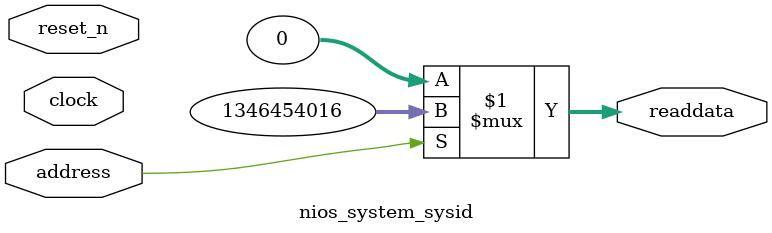
<source format=v>

`timescale 1ns / 1ps
// synthesis translate_on

// turn off superfluous verilog processor warnings 
// altera message_level Level1 
// altera message_off 10034 10035 10036 10037 10230 10240 10030 

module nios_system_sysid (
               // inputs:
                address,
                clock,
                reset_n,

               // outputs:
                readdata
             )
;

  output  [ 31: 0] readdata;
  input            address;
  input            clock;
  input            reset_n;

  wire    [ 31: 0] readdata;
  //control_slave, which is an e_avalon_slave
  assign readdata = address ? 1346454016 : 0;

endmodule




</source>
